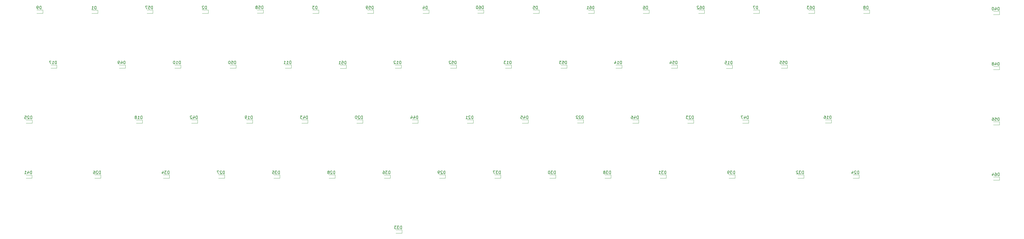
<source format=gbr>
G04 #@! TF.GenerationSoftware,KiCad,Pcbnew,(5.1.5)-2*
G04 #@! TF.CreationDate,2020-02-23T11:28:55+01:00*
G04 #@! TF.ProjectId,VIC20_kbd,56494332-305f-46b6-9264-2e6b69636164,rev?*
G04 #@! TF.SameCoordinates,Original*
G04 #@! TF.FileFunction,Legend,Bot*
G04 #@! TF.FilePolarity,Positive*
%FSLAX46Y46*%
G04 Gerber Fmt 4.6, Leading zero omitted, Abs format (unit mm)*
G04 Created by KiCad (PCBNEW (5.1.5)-2) date 2020-02-23 11:28:55*
%MOMM*%
%LPD*%
G04 APERTURE LIST*
%ADD10C,0.120000*%
%ADD11C,0.150000*%
G04 APERTURE END LIST*
D10*
X24570000Y-59790000D02*
X24570000Y-60930000D01*
X24570000Y-60930000D02*
X22470000Y-60930000D01*
X24570000Y-59790000D02*
X22470000Y-59790000D01*
X63020000Y-59720000D02*
X63020000Y-60860000D01*
X63020000Y-60860000D02*
X60920000Y-60860000D01*
X63020000Y-59720000D02*
X60920000Y-59720000D01*
X101460000Y-59720000D02*
X101460000Y-60860000D01*
X101460000Y-60860000D02*
X99360000Y-60860000D01*
X101460000Y-59720000D02*
X99360000Y-59720000D01*
X139830000Y-59720000D02*
X139830000Y-60860000D01*
X139830000Y-60860000D02*
X137730000Y-60860000D01*
X139830000Y-59720000D02*
X137730000Y-59720000D01*
X178160000Y-59720000D02*
X178160000Y-60860000D01*
X178160000Y-60860000D02*
X176060000Y-60860000D01*
X178160000Y-59720000D02*
X176060000Y-59720000D01*
X216480000Y-59720000D02*
X216480000Y-60860000D01*
X216480000Y-60860000D02*
X214380000Y-60860000D01*
X216480000Y-59720000D02*
X214380000Y-59720000D01*
X254810000Y-59720000D02*
X254810000Y-60860000D01*
X254810000Y-60860000D02*
X252710000Y-60860000D01*
X254810000Y-59720000D02*
X252710000Y-59720000D01*
X293180000Y-59720000D02*
X293180000Y-60860000D01*
X293180000Y-60860000D02*
X291080000Y-60860000D01*
X293180000Y-59720000D02*
X291080000Y-59720000D01*
X5450000Y-59720000D02*
X5450000Y-60860000D01*
X5450000Y-60860000D02*
X3350000Y-60860000D01*
X5450000Y-59720000D02*
X3350000Y-59720000D01*
X53450000Y-78920000D02*
X53450000Y-80060000D01*
X53450000Y-80060000D02*
X51350000Y-80060000D01*
X53450000Y-78920000D02*
X51350000Y-78920000D01*
X91900000Y-78880000D02*
X91900000Y-80020000D01*
X91900000Y-80020000D02*
X89800000Y-80020000D01*
X91900000Y-78880000D02*
X89800000Y-78880000D01*
X130190000Y-78920000D02*
X130190000Y-80060000D01*
X130190000Y-80060000D02*
X128090000Y-80060000D01*
X130190000Y-78920000D02*
X128090000Y-78920000D01*
X168520000Y-78920000D02*
X168520000Y-80060000D01*
X168520000Y-80060000D02*
X166420000Y-80060000D01*
X168520000Y-78920000D02*
X166420000Y-78920000D01*
X206960000Y-78920000D02*
X206960000Y-80060000D01*
X206960000Y-80060000D02*
X204860000Y-80060000D01*
X206960000Y-78920000D02*
X204860000Y-78920000D01*
X245440000Y-78960000D02*
X245440000Y-80100000D01*
X245440000Y-80100000D02*
X243340000Y-80100000D01*
X245440000Y-78960000D02*
X243340000Y-78960000D01*
X279880000Y-98050000D02*
X279880000Y-99190000D01*
X279880000Y-99190000D02*
X277780000Y-99190000D01*
X279880000Y-98050000D02*
X277780000Y-98050000D01*
X10330000Y-78920000D02*
X10330000Y-80060000D01*
X10330000Y-80060000D02*
X8230000Y-80060000D01*
X10330000Y-78920000D02*
X8230000Y-78920000D01*
X40080000Y-98120000D02*
X40080000Y-99260000D01*
X40080000Y-99260000D02*
X37980000Y-99260000D01*
X40080000Y-98120000D02*
X37980000Y-98120000D01*
X78450000Y-98080000D02*
X78450000Y-99220000D01*
X78450000Y-99220000D02*
X76350000Y-99220000D01*
X78450000Y-98080000D02*
X76350000Y-98080000D01*
X116780000Y-98080000D02*
X116780000Y-99220000D01*
X116780000Y-99220000D02*
X114680000Y-99220000D01*
X116780000Y-98080000D02*
X114680000Y-98080000D01*
X155260000Y-98080000D02*
X155260000Y-99220000D01*
X155260000Y-99220000D02*
X153160000Y-99220000D01*
X155260000Y-98080000D02*
X153160000Y-98080000D01*
X193620000Y-98050000D02*
X193620000Y-99190000D01*
X193620000Y-99190000D02*
X191520000Y-99190000D01*
X193620000Y-98050000D02*
X191520000Y-98050000D01*
X231950000Y-98080000D02*
X231950000Y-99220000D01*
X231950000Y-99220000D02*
X229850000Y-99220000D01*
X231950000Y-98080000D02*
X229850000Y-98080000D01*
X289520000Y-117310000D02*
X289520000Y-118450000D01*
X289520000Y-118450000D02*
X287420000Y-118450000D01*
X289520000Y-117310000D02*
X287420000Y-117310000D01*
X1710000Y-98120000D02*
X1710000Y-99260000D01*
X1710000Y-99260000D02*
X-390000Y-99260000D01*
X1710000Y-98120000D02*
X-390000Y-98120000D01*
X25630000Y-117310000D02*
X25630000Y-118450000D01*
X25630000Y-118450000D02*
X23530000Y-118450000D01*
X25630000Y-117310000D02*
X23530000Y-117310000D01*
X68740000Y-117310000D02*
X68740000Y-118450000D01*
X68740000Y-118450000D02*
X66640000Y-118450000D01*
X68740000Y-117310000D02*
X66640000Y-117310000D01*
X107160000Y-117310000D02*
X107160000Y-118450000D01*
X107160000Y-118450000D02*
X105060000Y-118450000D01*
X107160000Y-117310000D02*
X105060000Y-117310000D01*
X145550000Y-117310000D02*
X145550000Y-118450000D01*
X145550000Y-118450000D02*
X143450000Y-118450000D01*
X145550000Y-117310000D02*
X143450000Y-117310000D01*
X183940000Y-117310000D02*
X183940000Y-118450000D01*
X183940000Y-118450000D02*
X181840000Y-118450000D01*
X183940000Y-117310000D02*
X181840000Y-117310000D01*
X222410000Y-117310000D02*
X222410000Y-118450000D01*
X222410000Y-118450000D02*
X220310000Y-118450000D01*
X222410000Y-117310000D02*
X220310000Y-117310000D01*
X270270000Y-117310000D02*
X270270000Y-118450000D01*
X270270000Y-118450000D02*
X268170000Y-118450000D01*
X270270000Y-117310000D02*
X268170000Y-117310000D01*
X130420000Y-136530000D02*
X130420000Y-137670000D01*
X130420000Y-137670000D02*
X128320000Y-137670000D01*
X130420000Y-136530000D02*
X128320000Y-136530000D01*
X49490000Y-117310000D02*
X49490000Y-118450000D01*
X49490000Y-118450000D02*
X47390000Y-118450000D01*
X49490000Y-117310000D02*
X47390000Y-117310000D01*
X87940000Y-117310000D02*
X87940000Y-118450000D01*
X87940000Y-118450000D02*
X85840000Y-118450000D01*
X87940000Y-117310000D02*
X85840000Y-117310000D01*
X126360000Y-117340000D02*
X126360000Y-118480000D01*
X126360000Y-118480000D02*
X124260000Y-118480000D01*
X126360000Y-117340000D02*
X124260000Y-117340000D01*
X164830000Y-117310000D02*
X164830000Y-118450000D01*
X164830000Y-118450000D02*
X162730000Y-118450000D01*
X164830000Y-117310000D02*
X162730000Y-117310000D01*
X203160000Y-117310000D02*
X203160000Y-118450000D01*
X203160000Y-118450000D02*
X201060000Y-118450000D01*
X203160000Y-117310000D02*
X201060000Y-117310000D01*
X246350000Y-117310000D02*
X246350000Y-118450000D01*
X246350000Y-118450000D02*
X244250000Y-118450000D01*
X246350000Y-117310000D02*
X244250000Y-117310000D01*
X338370000Y-60140000D02*
X338370000Y-61280000D01*
X338370000Y-61280000D02*
X336270000Y-61280000D01*
X338370000Y-60140000D02*
X336270000Y-60140000D01*
X1690000Y-117340000D02*
X1690000Y-118480000D01*
X1690000Y-118480000D02*
X-410000Y-118480000D01*
X1690000Y-117340000D02*
X-410000Y-117340000D01*
X59320000Y-98080000D02*
X59320000Y-99220000D01*
X59320000Y-99220000D02*
X57220000Y-99220000D01*
X59320000Y-98080000D02*
X57220000Y-98080000D01*
X97690000Y-98080000D02*
X97690000Y-99220000D01*
X97690000Y-99220000D02*
X95590000Y-99220000D01*
X97690000Y-98080000D02*
X95590000Y-98080000D01*
X136060000Y-98080000D02*
X136060000Y-99220000D01*
X136060000Y-99220000D02*
X133960000Y-99220000D01*
X136060000Y-98080000D02*
X133960000Y-98080000D01*
X174350000Y-98080000D02*
X174350000Y-99220000D01*
X174350000Y-99220000D02*
X172250000Y-99220000D01*
X174350000Y-98080000D02*
X172250000Y-98080000D01*
X212790000Y-98080000D02*
X212790000Y-99220000D01*
X212790000Y-99220000D02*
X210690000Y-99220000D01*
X212790000Y-98080000D02*
X210690000Y-98080000D01*
X251080000Y-98120000D02*
X251080000Y-99260000D01*
X251080000Y-99260000D02*
X248980000Y-99260000D01*
X251080000Y-98120000D02*
X248980000Y-98120000D01*
X338370000Y-79420000D02*
X338370000Y-80560000D01*
X338370000Y-80560000D02*
X336270000Y-80560000D01*
X338370000Y-79420000D02*
X336270000Y-79420000D01*
X34180000Y-78920000D02*
X34180000Y-80060000D01*
X34180000Y-80060000D02*
X32080000Y-80060000D01*
X34180000Y-78920000D02*
X32080000Y-78920000D01*
X72660000Y-78920000D02*
X72660000Y-80060000D01*
X72660000Y-80060000D02*
X70560000Y-80060000D01*
X72660000Y-78920000D02*
X70560000Y-78920000D01*
X111060000Y-78960000D02*
X111060000Y-80100000D01*
X111060000Y-80100000D02*
X108960000Y-80100000D01*
X111060000Y-78960000D02*
X108960000Y-78960000D01*
X149390000Y-78920000D02*
X149390000Y-80060000D01*
X149390000Y-80060000D02*
X147290000Y-80060000D01*
X149390000Y-78920000D02*
X147290000Y-78920000D01*
X187830000Y-78920000D02*
X187830000Y-80060000D01*
X187830000Y-80060000D02*
X185730000Y-80060000D01*
X187830000Y-78920000D02*
X185730000Y-78920000D01*
X226240000Y-78920000D02*
X226240000Y-80060000D01*
X226240000Y-80060000D02*
X224140000Y-80060000D01*
X226240000Y-78920000D02*
X224140000Y-78920000D01*
X264530000Y-78920000D02*
X264530000Y-80060000D01*
X264530000Y-80060000D02*
X262430000Y-80060000D01*
X264530000Y-78920000D02*
X262430000Y-78920000D01*
X338370000Y-98730000D02*
X338370000Y-99870000D01*
X338370000Y-99870000D02*
X336270000Y-99870000D01*
X338370000Y-98730000D02*
X336270000Y-98730000D01*
X43780000Y-59720000D02*
X43780000Y-60860000D01*
X43780000Y-60860000D02*
X41680000Y-60860000D01*
X43780000Y-59720000D02*
X41680000Y-59720000D01*
X82140000Y-59680000D02*
X82140000Y-60820000D01*
X82140000Y-60820000D02*
X80040000Y-60820000D01*
X82140000Y-59680000D02*
X80040000Y-59680000D01*
X120550000Y-59720000D02*
X120550000Y-60860000D01*
X120550000Y-60860000D02*
X118450000Y-60860000D01*
X120550000Y-59720000D02*
X118450000Y-59720000D01*
X158880000Y-59680000D02*
X158880000Y-60820000D01*
X158880000Y-60820000D02*
X156780000Y-60820000D01*
X158880000Y-59680000D02*
X156780000Y-59680000D01*
X197360000Y-59760000D02*
X197360000Y-60900000D01*
X197360000Y-60900000D02*
X195260000Y-60900000D01*
X197360000Y-59760000D02*
X195260000Y-59760000D01*
X235720000Y-59720000D02*
X235720000Y-60860000D01*
X235720000Y-60860000D02*
X233620000Y-60860000D01*
X235720000Y-59720000D02*
X233620000Y-59720000D01*
X274050000Y-59720000D02*
X274050000Y-60860000D01*
X274050000Y-60860000D02*
X271950000Y-60860000D01*
X274050000Y-59720000D02*
X271950000Y-59720000D01*
X338370000Y-118010000D02*
X338370000Y-119150000D01*
X338370000Y-119150000D02*
X336270000Y-119150000D01*
X338370000Y-118010000D02*
X336270000Y-118010000D01*
D11*
X24008095Y-59412380D02*
X24008095Y-58412380D01*
X23770000Y-58412380D01*
X23627142Y-58460000D01*
X23531904Y-58555238D01*
X23484285Y-58650476D01*
X23436666Y-58840952D01*
X23436666Y-58983809D01*
X23484285Y-59174285D01*
X23531904Y-59269523D01*
X23627142Y-59364761D01*
X23770000Y-59412380D01*
X24008095Y-59412380D01*
X22484285Y-59412380D02*
X23055714Y-59412380D01*
X22770000Y-59412380D02*
X22770000Y-58412380D01*
X22865238Y-58555238D01*
X22960476Y-58650476D01*
X23055714Y-58698095D01*
X62458095Y-59342380D02*
X62458095Y-58342380D01*
X62220000Y-58342380D01*
X62077142Y-58390000D01*
X61981904Y-58485238D01*
X61934285Y-58580476D01*
X61886666Y-58770952D01*
X61886666Y-58913809D01*
X61934285Y-59104285D01*
X61981904Y-59199523D01*
X62077142Y-59294761D01*
X62220000Y-59342380D01*
X62458095Y-59342380D01*
X61505714Y-58437619D02*
X61458095Y-58390000D01*
X61362857Y-58342380D01*
X61124761Y-58342380D01*
X61029523Y-58390000D01*
X60981904Y-58437619D01*
X60934285Y-58532857D01*
X60934285Y-58628095D01*
X60981904Y-58770952D01*
X61553333Y-59342380D01*
X60934285Y-59342380D01*
X100898095Y-59342380D02*
X100898095Y-58342380D01*
X100660000Y-58342380D01*
X100517142Y-58390000D01*
X100421904Y-58485238D01*
X100374285Y-58580476D01*
X100326666Y-58770952D01*
X100326666Y-58913809D01*
X100374285Y-59104285D01*
X100421904Y-59199523D01*
X100517142Y-59294761D01*
X100660000Y-59342380D01*
X100898095Y-59342380D01*
X99993333Y-58342380D02*
X99374285Y-58342380D01*
X99707619Y-58723333D01*
X99564761Y-58723333D01*
X99469523Y-58770952D01*
X99421904Y-58818571D01*
X99374285Y-58913809D01*
X99374285Y-59151904D01*
X99421904Y-59247142D01*
X99469523Y-59294761D01*
X99564761Y-59342380D01*
X99850476Y-59342380D01*
X99945714Y-59294761D01*
X99993333Y-59247142D01*
X139268095Y-59342380D02*
X139268095Y-58342380D01*
X139030000Y-58342380D01*
X138887142Y-58390000D01*
X138791904Y-58485238D01*
X138744285Y-58580476D01*
X138696666Y-58770952D01*
X138696666Y-58913809D01*
X138744285Y-59104285D01*
X138791904Y-59199523D01*
X138887142Y-59294761D01*
X139030000Y-59342380D01*
X139268095Y-59342380D01*
X137839523Y-58675714D02*
X137839523Y-59342380D01*
X138077619Y-58294761D02*
X138315714Y-59009047D01*
X137696666Y-59009047D01*
X177598095Y-59342380D02*
X177598095Y-58342380D01*
X177360000Y-58342380D01*
X177217142Y-58390000D01*
X177121904Y-58485238D01*
X177074285Y-58580476D01*
X177026666Y-58770952D01*
X177026666Y-58913809D01*
X177074285Y-59104285D01*
X177121904Y-59199523D01*
X177217142Y-59294761D01*
X177360000Y-59342380D01*
X177598095Y-59342380D01*
X176121904Y-58342380D02*
X176598095Y-58342380D01*
X176645714Y-58818571D01*
X176598095Y-58770952D01*
X176502857Y-58723333D01*
X176264761Y-58723333D01*
X176169523Y-58770952D01*
X176121904Y-58818571D01*
X176074285Y-58913809D01*
X176074285Y-59151904D01*
X176121904Y-59247142D01*
X176169523Y-59294761D01*
X176264761Y-59342380D01*
X176502857Y-59342380D01*
X176598095Y-59294761D01*
X176645714Y-59247142D01*
X215918095Y-59342380D02*
X215918095Y-58342380D01*
X215680000Y-58342380D01*
X215537142Y-58390000D01*
X215441904Y-58485238D01*
X215394285Y-58580476D01*
X215346666Y-58770952D01*
X215346666Y-58913809D01*
X215394285Y-59104285D01*
X215441904Y-59199523D01*
X215537142Y-59294761D01*
X215680000Y-59342380D01*
X215918095Y-59342380D01*
X214489523Y-58342380D02*
X214680000Y-58342380D01*
X214775238Y-58390000D01*
X214822857Y-58437619D01*
X214918095Y-58580476D01*
X214965714Y-58770952D01*
X214965714Y-59151904D01*
X214918095Y-59247142D01*
X214870476Y-59294761D01*
X214775238Y-59342380D01*
X214584761Y-59342380D01*
X214489523Y-59294761D01*
X214441904Y-59247142D01*
X214394285Y-59151904D01*
X214394285Y-58913809D01*
X214441904Y-58818571D01*
X214489523Y-58770952D01*
X214584761Y-58723333D01*
X214775238Y-58723333D01*
X214870476Y-58770952D01*
X214918095Y-58818571D01*
X214965714Y-58913809D01*
X254248095Y-59342380D02*
X254248095Y-58342380D01*
X254010000Y-58342380D01*
X253867142Y-58390000D01*
X253771904Y-58485238D01*
X253724285Y-58580476D01*
X253676666Y-58770952D01*
X253676666Y-58913809D01*
X253724285Y-59104285D01*
X253771904Y-59199523D01*
X253867142Y-59294761D01*
X254010000Y-59342380D01*
X254248095Y-59342380D01*
X253343333Y-58342380D02*
X252676666Y-58342380D01*
X253105238Y-59342380D01*
X292618095Y-59342380D02*
X292618095Y-58342380D01*
X292380000Y-58342380D01*
X292237142Y-58390000D01*
X292141904Y-58485238D01*
X292094285Y-58580476D01*
X292046666Y-58770952D01*
X292046666Y-58913809D01*
X292094285Y-59104285D01*
X292141904Y-59199523D01*
X292237142Y-59294761D01*
X292380000Y-59342380D01*
X292618095Y-59342380D01*
X291475238Y-58770952D02*
X291570476Y-58723333D01*
X291618095Y-58675714D01*
X291665714Y-58580476D01*
X291665714Y-58532857D01*
X291618095Y-58437619D01*
X291570476Y-58390000D01*
X291475238Y-58342380D01*
X291284761Y-58342380D01*
X291189523Y-58390000D01*
X291141904Y-58437619D01*
X291094285Y-58532857D01*
X291094285Y-58580476D01*
X291141904Y-58675714D01*
X291189523Y-58723333D01*
X291284761Y-58770952D01*
X291475238Y-58770952D01*
X291570476Y-58818571D01*
X291618095Y-58866190D01*
X291665714Y-58961428D01*
X291665714Y-59151904D01*
X291618095Y-59247142D01*
X291570476Y-59294761D01*
X291475238Y-59342380D01*
X291284761Y-59342380D01*
X291189523Y-59294761D01*
X291141904Y-59247142D01*
X291094285Y-59151904D01*
X291094285Y-58961428D01*
X291141904Y-58866190D01*
X291189523Y-58818571D01*
X291284761Y-58770952D01*
X4888095Y-59342380D02*
X4888095Y-58342380D01*
X4650000Y-58342380D01*
X4507142Y-58390000D01*
X4411904Y-58485238D01*
X4364285Y-58580476D01*
X4316666Y-58770952D01*
X4316666Y-58913809D01*
X4364285Y-59104285D01*
X4411904Y-59199523D01*
X4507142Y-59294761D01*
X4650000Y-59342380D01*
X4888095Y-59342380D01*
X3840476Y-59342380D02*
X3650000Y-59342380D01*
X3554761Y-59294761D01*
X3507142Y-59247142D01*
X3411904Y-59104285D01*
X3364285Y-58913809D01*
X3364285Y-58532857D01*
X3411904Y-58437619D01*
X3459523Y-58390000D01*
X3554761Y-58342380D01*
X3745238Y-58342380D01*
X3840476Y-58390000D01*
X3888095Y-58437619D01*
X3935714Y-58532857D01*
X3935714Y-58770952D01*
X3888095Y-58866190D01*
X3840476Y-58913809D01*
X3745238Y-58961428D01*
X3554761Y-58961428D01*
X3459523Y-58913809D01*
X3411904Y-58866190D01*
X3364285Y-58770952D01*
X53364285Y-78542380D02*
X53364285Y-77542380D01*
X53126190Y-77542380D01*
X52983333Y-77590000D01*
X52888095Y-77685238D01*
X52840476Y-77780476D01*
X52792857Y-77970952D01*
X52792857Y-78113809D01*
X52840476Y-78304285D01*
X52888095Y-78399523D01*
X52983333Y-78494761D01*
X53126190Y-78542380D01*
X53364285Y-78542380D01*
X51840476Y-78542380D02*
X52411904Y-78542380D01*
X52126190Y-78542380D02*
X52126190Y-77542380D01*
X52221428Y-77685238D01*
X52316666Y-77780476D01*
X52411904Y-77828095D01*
X51221428Y-77542380D02*
X51126190Y-77542380D01*
X51030952Y-77590000D01*
X50983333Y-77637619D01*
X50935714Y-77732857D01*
X50888095Y-77923333D01*
X50888095Y-78161428D01*
X50935714Y-78351904D01*
X50983333Y-78447142D01*
X51030952Y-78494761D01*
X51126190Y-78542380D01*
X51221428Y-78542380D01*
X51316666Y-78494761D01*
X51364285Y-78447142D01*
X51411904Y-78351904D01*
X51459523Y-78161428D01*
X51459523Y-77923333D01*
X51411904Y-77732857D01*
X51364285Y-77637619D01*
X51316666Y-77590000D01*
X51221428Y-77542380D01*
X91814285Y-78502380D02*
X91814285Y-77502380D01*
X91576190Y-77502380D01*
X91433333Y-77550000D01*
X91338095Y-77645238D01*
X91290476Y-77740476D01*
X91242857Y-77930952D01*
X91242857Y-78073809D01*
X91290476Y-78264285D01*
X91338095Y-78359523D01*
X91433333Y-78454761D01*
X91576190Y-78502380D01*
X91814285Y-78502380D01*
X90290476Y-78502380D02*
X90861904Y-78502380D01*
X90576190Y-78502380D02*
X90576190Y-77502380D01*
X90671428Y-77645238D01*
X90766666Y-77740476D01*
X90861904Y-77788095D01*
X89338095Y-78502380D02*
X89909523Y-78502380D01*
X89623809Y-78502380D02*
X89623809Y-77502380D01*
X89719047Y-77645238D01*
X89814285Y-77740476D01*
X89909523Y-77788095D01*
X130104285Y-78542380D02*
X130104285Y-77542380D01*
X129866190Y-77542380D01*
X129723333Y-77590000D01*
X129628095Y-77685238D01*
X129580476Y-77780476D01*
X129532857Y-77970952D01*
X129532857Y-78113809D01*
X129580476Y-78304285D01*
X129628095Y-78399523D01*
X129723333Y-78494761D01*
X129866190Y-78542380D01*
X130104285Y-78542380D01*
X128580476Y-78542380D02*
X129151904Y-78542380D01*
X128866190Y-78542380D02*
X128866190Y-77542380D01*
X128961428Y-77685238D01*
X129056666Y-77780476D01*
X129151904Y-77828095D01*
X128199523Y-77637619D02*
X128151904Y-77590000D01*
X128056666Y-77542380D01*
X127818571Y-77542380D01*
X127723333Y-77590000D01*
X127675714Y-77637619D01*
X127628095Y-77732857D01*
X127628095Y-77828095D01*
X127675714Y-77970952D01*
X128247142Y-78542380D01*
X127628095Y-78542380D01*
X168434285Y-78542380D02*
X168434285Y-77542380D01*
X168196190Y-77542380D01*
X168053333Y-77590000D01*
X167958095Y-77685238D01*
X167910476Y-77780476D01*
X167862857Y-77970952D01*
X167862857Y-78113809D01*
X167910476Y-78304285D01*
X167958095Y-78399523D01*
X168053333Y-78494761D01*
X168196190Y-78542380D01*
X168434285Y-78542380D01*
X166910476Y-78542380D02*
X167481904Y-78542380D01*
X167196190Y-78542380D02*
X167196190Y-77542380D01*
X167291428Y-77685238D01*
X167386666Y-77780476D01*
X167481904Y-77828095D01*
X166577142Y-77542380D02*
X165958095Y-77542380D01*
X166291428Y-77923333D01*
X166148571Y-77923333D01*
X166053333Y-77970952D01*
X166005714Y-78018571D01*
X165958095Y-78113809D01*
X165958095Y-78351904D01*
X166005714Y-78447142D01*
X166053333Y-78494761D01*
X166148571Y-78542380D01*
X166434285Y-78542380D01*
X166529523Y-78494761D01*
X166577142Y-78447142D01*
X206874285Y-78542380D02*
X206874285Y-77542380D01*
X206636190Y-77542380D01*
X206493333Y-77590000D01*
X206398095Y-77685238D01*
X206350476Y-77780476D01*
X206302857Y-77970952D01*
X206302857Y-78113809D01*
X206350476Y-78304285D01*
X206398095Y-78399523D01*
X206493333Y-78494761D01*
X206636190Y-78542380D01*
X206874285Y-78542380D01*
X205350476Y-78542380D02*
X205921904Y-78542380D01*
X205636190Y-78542380D02*
X205636190Y-77542380D01*
X205731428Y-77685238D01*
X205826666Y-77780476D01*
X205921904Y-77828095D01*
X204493333Y-77875714D02*
X204493333Y-78542380D01*
X204731428Y-77494761D02*
X204969523Y-78209047D01*
X204350476Y-78209047D01*
X245354285Y-78582380D02*
X245354285Y-77582380D01*
X245116190Y-77582380D01*
X244973333Y-77630000D01*
X244878095Y-77725238D01*
X244830476Y-77820476D01*
X244782857Y-78010952D01*
X244782857Y-78153809D01*
X244830476Y-78344285D01*
X244878095Y-78439523D01*
X244973333Y-78534761D01*
X245116190Y-78582380D01*
X245354285Y-78582380D01*
X243830476Y-78582380D02*
X244401904Y-78582380D01*
X244116190Y-78582380D02*
X244116190Y-77582380D01*
X244211428Y-77725238D01*
X244306666Y-77820476D01*
X244401904Y-77868095D01*
X242925714Y-77582380D02*
X243401904Y-77582380D01*
X243449523Y-78058571D01*
X243401904Y-78010952D01*
X243306666Y-77963333D01*
X243068571Y-77963333D01*
X242973333Y-78010952D01*
X242925714Y-78058571D01*
X242878095Y-78153809D01*
X242878095Y-78391904D01*
X242925714Y-78487142D01*
X242973333Y-78534761D01*
X243068571Y-78582380D01*
X243306666Y-78582380D01*
X243401904Y-78534761D01*
X243449523Y-78487142D01*
X279794285Y-97672380D02*
X279794285Y-96672380D01*
X279556190Y-96672380D01*
X279413333Y-96720000D01*
X279318095Y-96815238D01*
X279270476Y-96910476D01*
X279222857Y-97100952D01*
X279222857Y-97243809D01*
X279270476Y-97434285D01*
X279318095Y-97529523D01*
X279413333Y-97624761D01*
X279556190Y-97672380D01*
X279794285Y-97672380D01*
X278270476Y-97672380D02*
X278841904Y-97672380D01*
X278556190Y-97672380D02*
X278556190Y-96672380D01*
X278651428Y-96815238D01*
X278746666Y-96910476D01*
X278841904Y-96958095D01*
X277413333Y-96672380D02*
X277603809Y-96672380D01*
X277699047Y-96720000D01*
X277746666Y-96767619D01*
X277841904Y-96910476D01*
X277889523Y-97100952D01*
X277889523Y-97481904D01*
X277841904Y-97577142D01*
X277794285Y-97624761D01*
X277699047Y-97672380D01*
X277508571Y-97672380D01*
X277413333Y-97624761D01*
X277365714Y-97577142D01*
X277318095Y-97481904D01*
X277318095Y-97243809D01*
X277365714Y-97148571D01*
X277413333Y-97100952D01*
X277508571Y-97053333D01*
X277699047Y-97053333D01*
X277794285Y-97100952D01*
X277841904Y-97148571D01*
X277889523Y-97243809D01*
X10244285Y-78542380D02*
X10244285Y-77542380D01*
X10006190Y-77542380D01*
X9863333Y-77590000D01*
X9768095Y-77685238D01*
X9720476Y-77780476D01*
X9672857Y-77970952D01*
X9672857Y-78113809D01*
X9720476Y-78304285D01*
X9768095Y-78399523D01*
X9863333Y-78494761D01*
X10006190Y-78542380D01*
X10244285Y-78542380D01*
X8720476Y-78542380D02*
X9291904Y-78542380D01*
X9006190Y-78542380D02*
X9006190Y-77542380D01*
X9101428Y-77685238D01*
X9196666Y-77780476D01*
X9291904Y-77828095D01*
X8387142Y-77542380D02*
X7720476Y-77542380D01*
X8149047Y-78542380D01*
X39994285Y-97742380D02*
X39994285Y-96742380D01*
X39756190Y-96742380D01*
X39613333Y-96790000D01*
X39518095Y-96885238D01*
X39470476Y-96980476D01*
X39422857Y-97170952D01*
X39422857Y-97313809D01*
X39470476Y-97504285D01*
X39518095Y-97599523D01*
X39613333Y-97694761D01*
X39756190Y-97742380D01*
X39994285Y-97742380D01*
X38470476Y-97742380D02*
X39041904Y-97742380D01*
X38756190Y-97742380D02*
X38756190Y-96742380D01*
X38851428Y-96885238D01*
X38946666Y-96980476D01*
X39041904Y-97028095D01*
X37899047Y-97170952D02*
X37994285Y-97123333D01*
X38041904Y-97075714D01*
X38089523Y-96980476D01*
X38089523Y-96932857D01*
X38041904Y-96837619D01*
X37994285Y-96790000D01*
X37899047Y-96742380D01*
X37708571Y-96742380D01*
X37613333Y-96790000D01*
X37565714Y-96837619D01*
X37518095Y-96932857D01*
X37518095Y-96980476D01*
X37565714Y-97075714D01*
X37613333Y-97123333D01*
X37708571Y-97170952D01*
X37899047Y-97170952D01*
X37994285Y-97218571D01*
X38041904Y-97266190D01*
X38089523Y-97361428D01*
X38089523Y-97551904D01*
X38041904Y-97647142D01*
X37994285Y-97694761D01*
X37899047Y-97742380D01*
X37708571Y-97742380D01*
X37613333Y-97694761D01*
X37565714Y-97647142D01*
X37518095Y-97551904D01*
X37518095Y-97361428D01*
X37565714Y-97266190D01*
X37613333Y-97218571D01*
X37708571Y-97170952D01*
X78364285Y-97702380D02*
X78364285Y-96702380D01*
X78126190Y-96702380D01*
X77983333Y-96750000D01*
X77888095Y-96845238D01*
X77840476Y-96940476D01*
X77792857Y-97130952D01*
X77792857Y-97273809D01*
X77840476Y-97464285D01*
X77888095Y-97559523D01*
X77983333Y-97654761D01*
X78126190Y-97702380D01*
X78364285Y-97702380D01*
X76840476Y-97702380D02*
X77411904Y-97702380D01*
X77126190Y-97702380D02*
X77126190Y-96702380D01*
X77221428Y-96845238D01*
X77316666Y-96940476D01*
X77411904Y-96988095D01*
X76364285Y-97702380D02*
X76173809Y-97702380D01*
X76078571Y-97654761D01*
X76030952Y-97607142D01*
X75935714Y-97464285D01*
X75888095Y-97273809D01*
X75888095Y-96892857D01*
X75935714Y-96797619D01*
X75983333Y-96750000D01*
X76078571Y-96702380D01*
X76269047Y-96702380D01*
X76364285Y-96750000D01*
X76411904Y-96797619D01*
X76459523Y-96892857D01*
X76459523Y-97130952D01*
X76411904Y-97226190D01*
X76364285Y-97273809D01*
X76269047Y-97321428D01*
X76078571Y-97321428D01*
X75983333Y-97273809D01*
X75935714Y-97226190D01*
X75888095Y-97130952D01*
X116694285Y-97702380D02*
X116694285Y-96702380D01*
X116456190Y-96702380D01*
X116313333Y-96750000D01*
X116218095Y-96845238D01*
X116170476Y-96940476D01*
X116122857Y-97130952D01*
X116122857Y-97273809D01*
X116170476Y-97464285D01*
X116218095Y-97559523D01*
X116313333Y-97654761D01*
X116456190Y-97702380D01*
X116694285Y-97702380D01*
X115741904Y-96797619D02*
X115694285Y-96750000D01*
X115599047Y-96702380D01*
X115360952Y-96702380D01*
X115265714Y-96750000D01*
X115218095Y-96797619D01*
X115170476Y-96892857D01*
X115170476Y-96988095D01*
X115218095Y-97130952D01*
X115789523Y-97702380D01*
X115170476Y-97702380D01*
X114551428Y-96702380D02*
X114456190Y-96702380D01*
X114360952Y-96750000D01*
X114313333Y-96797619D01*
X114265714Y-96892857D01*
X114218095Y-97083333D01*
X114218095Y-97321428D01*
X114265714Y-97511904D01*
X114313333Y-97607142D01*
X114360952Y-97654761D01*
X114456190Y-97702380D01*
X114551428Y-97702380D01*
X114646666Y-97654761D01*
X114694285Y-97607142D01*
X114741904Y-97511904D01*
X114789523Y-97321428D01*
X114789523Y-97083333D01*
X114741904Y-96892857D01*
X114694285Y-96797619D01*
X114646666Y-96750000D01*
X114551428Y-96702380D01*
X155174285Y-97702380D02*
X155174285Y-96702380D01*
X154936190Y-96702380D01*
X154793333Y-96750000D01*
X154698095Y-96845238D01*
X154650476Y-96940476D01*
X154602857Y-97130952D01*
X154602857Y-97273809D01*
X154650476Y-97464285D01*
X154698095Y-97559523D01*
X154793333Y-97654761D01*
X154936190Y-97702380D01*
X155174285Y-97702380D01*
X154221904Y-96797619D02*
X154174285Y-96750000D01*
X154079047Y-96702380D01*
X153840952Y-96702380D01*
X153745714Y-96750000D01*
X153698095Y-96797619D01*
X153650476Y-96892857D01*
X153650476Y-96988095D01*
X153698095Y-97130952D01*
X154269523Y-97702380D01*
X153650476Y-97702380D01*
X152698095Y-97702380D02*
X153269523Y-97702380D01*
X152983809Y-97702380D02*
X152983809Y-96702380D01*
X153079047Y-96845238D01*
X153174285Y-96940476D01*
X153269523Y-96988095D01*
X193534285Y-97672380D02*
X193534285Y-96672380D01*
X193296190Y-96672380D01*
X193153333Y-96720000D01*
X193058095Y-96815238D01*
X193010476Y-96910476D01*
X192962857Y-97100952D01*
X192962857Y-97243809D01*
X193010476Y-97434285D01*
X193058095Y-97529523D01*
X193153333Y-97624761D01*
X193296190Y-97672380D01*
X193534285Y-97672380D01*
X192581904Y-96767619D02*
X192534285Y-96720000D01*
X192439047Y-96672380D01*
X192200952Y-96672380D01*
X192105714Y-96720000D01*
X192058095Y-96767619D01*
X192010476Y-96862857D01*
X192010476Y-96958095D01*
X192058095Y-97100952D01*
X192629523Y-97672380D01*
X192010476Y-97672380D01*
X191629523Y-96767619D02*
X191581904Y-96720000D01*
X191486666Y-96672380D01*
X191248571Y-96672380D01*
X191153333Y-96720000D01*
X191105714Y-96767619D01*
X191058095Y-96862857D01*
X191058095Y-96958095D01*
X191105714Y-97100952D01*
X191677142Y-97672380D01*
X191058095Y-97672380D01*
X231864285Y-97702380D02*
X231864285Y-96702380D01*
X231626190Y-96702380D01*
X231483333Y-96750000D01*
X231388095Y-96845238D01*
X231340476Y-96940476D01*
X231292857Y-97130952D01*
X231292857Y-97273809D01*
X231340476Y-97464285D01*
X231388095Y-97559523D01*
X231483333Y-97654761D01*
X231626190Y-97702380D01*
X231864285Y-97702380D01*
X230911904Y-96797619D02*
X230864285Y-96750000D01*
X230769047Y-96702380D01*
X230530952Y-96702380D01*
X230435714Y-96750000D01*
X230388095Y-96797619D01*
X230340476Y-96892857D01*
X230340476Y-96988095D01*
X230388095Y-97130952D01*
X230959523Y-97702380D01*
X230340476Y-97702380D01*
X230007142Y-96702380D02*
X229388095Y-96702380D01*
X229721428Y-97083333D01*
X229578571Y-97083333D01*
X229483333Y-97130952D01*
X229435714Y-97178571D01*
X229388095Y-97273809D01*
X229388095Y-97511904D01*
X229435714Y-97607142D01*
X229483333Y-97654761D01*
X229578571Y-97702380D01*
X229864285Y-97702380D01*
X229959523Y-97654761D01*
X230007142Y-97607142D01*
X289434285Y-116932380D02*
X289434285Y-115932380D01*
X289196190Y-115932380D01*
X289053333Y-115980000D01*
X288958095Y-116075238D01*
X288910476Y-116170476D01*
X288862857Y-116360952D01*
X288862857Y-116503809D01*
X288910476Y-116694285D01*
X288958095Y-116789523D01*
X289053333Y-116884761D01*
X289196190Y-116932380D01*
X289434285Y-116932380D01*
X288481904Y-116027619D02*
X288434285Y-115980000D01*
X288339047Y-115932380D01*
X288100952Y-115932380D01*
X288005714Y-115980000D01*
X287958095Y-116027619D01*
X287910476Y-116122857D01*
X287910476Y-116218095D01*
X287958095Y-116360952D01*
X288529523Y-116932380D01*
X287910476Y-116932380D01*
X287053333Y-116265714D02*
X287053333Y-116932380D01*
X287291428Y-115884761D02*
X287529523Y-116599047D01*
X286910476Y-116599047D01*
X1624285Y-97742380D02*
X1624285Y-96742380D01*
X1386190Y-96742380D01*
X1243333Y-96790000D01*
X1148095Y-96885238D01*
X1100476Y-96980476D01*
X1052857Y-97170952D01*
X1052857Y-97313809D01*
X1100476Y-97504285D01*
X1148095Y-97599523D01*
X1243333Y-97694761D01*
X1386190Y-97742380D01*
X1624285Y-97742380D01*
X671904Y-96837619D02*
X624285Y-96790000D01*
X529047Y-96742380D01*
X290952Y-96742380D01*
X195714Y-96790000D01*
X148095Y-96837619D01*
X100476Y-96932857D01*
X100476Y-97028095D01*
X148095Y-97170952D01*
X719523Y-97742380D01*
X100476Y-97742380D01*
X-804285Y-96742380D02*
X-328095Y-96742380D01*
X-280476Y-97218571D01*
X-328095Y-97170952D01*
X-423333Y-97123333D01*
X-661428Y-97123333D01*
X-756666Y-97170952D01*
X-804285Y-97218571D01*
X-851904Y-97313809D01*
X-851904Y-97551904D01*
X-804285Y-97647142D01*
X-756666Y-97694761D01*
X-661428Y-97742380D01*
X-423333Y-97742380D01*
X-328095Y-97694761D01*
X-280476Y-97647142D01*
X25544285Y-116932380D02*
X25544285Y-115932380D01*
X25306190Y-115932380D01*
X25163333Y-115980000D01*
X25068095Y-116075238D01*
X25020476Y-116170476D01*
X24972857Y-116360952D01*
X24972857Y-116503809D01*
X25020476Y-116694285D01*
X25068095Y-116789523D01*
X25163333Y-116884761D01*
X25306190Y-116932380D01*
X25544285Y-116932380D01*
X24591904Y-116027619D02*
X24544285Y-115980000D01*
X24449047Y-115932380D01*
X24210952Y-115932380D01*
X24115714Y-115980000D01*
X24068095Y-116027619D01*
X24020476Y-116122857D01*
X24020476Y-116218095D01*
X24068095Y-116360952D01*
X24639523Y-116932380D01*
X24020476Y-116932380D01*
X23163333Y-115932380D02*
X23353809Y-115932380D01*
X23449047Y-115980000D01*
X23496666Y-116027619D01*
X23591904Y-116170476D01*
X23639523Y-116360952D01*
X23639523Y-116741904D01*
X23591904Y-116837142D01*
X23544285Y-116884761D01*
X23449047Y-116932380D01*
X23258571Y-116932380D01*
X23163333Y-116884761D01*
X23115714Y-116837142D01*
X23068095Y-116741904D01*
X23068095Y-116503809D01*
X23115714Y-116408571D01*
X23163333Y-116360952D01*
X23258571Y-116313333D01*
X23449047Y-116313333D01*
X23544285Y-116360952D01*
X23591904Y-116408571D01*
X23639523Y-116503809D01*
X68654285Y-116932380D02*
X68654285Y-115932380D01*
X68416190Y-115932380D01*
X68273333Y-115980000D01*
X68178095Y-116075238D01*
X68130476Y-116170476D01*
X68082857Y-116360952D01*
X68082857Y-116503809D01*
X68130476Y-116694285D01*
X68178095Y-116789523D01*
X68273333Y-116884761D01*
X68416190Y-116932380D01*
X68654285Y-116932380D01*
X67701904Y-116027619D02*
X67654285Y-115980000D01*
X67559047Y-115932380D01*
X67320952Y-115932380D01*
X67225714Y-115980000D01*
X67178095Y-116027619D01*
X67130476Y-116122857D01*
X67130476Y-116218095D01*
X67178095Y-116360952D01*
X67749523Y-116932380D01*
X67130476Y-116932380D01*
X66797142Y-115932380D02*
X66130476Y-115932380D01*
X66559047Y-116932380D01*
X107074285Y-116932380D02*
X107074285Y-115932380D01*
X106836190Y-115932380D01*
X106693333Y-115980000D01*
X106598095Y-116075238D01*
X106550476Y-116170476D01*
X106502857Y-116360952D01*
X106502857Y-116503809D01*
X106550476Y-116694285D01*
X106598095Y-116789523D01*
X106693333Y-116884761D01*
X106836190Y-116932380D01*
X107074285Y-116932380D01*
X106121904Y-116027619D02*
X106074285Y-115980000D01*
X105979047Y-115932380D01*
X105740952Y-115932380D01*
X105645714Y-115980000D01*
X105598095Y-116027619D01*
X105550476Y-116122857D01*
X105550476Y-116218095D01*
X105598095Y-116360952D01*
X106169523Y-116932380D01*
X105550476Y-116932380D01*
X104979047Y-116360952D02*
X105074285Y-116313333D01*
X105121904Y-116265714D01*
X105169523Y-116170476D01*
X105169523Y-116122857D01*
X105121904Y-116027619D01*
X105074285Y-115980000D01*
X104979047Y-115932380D01*
X104788571Y-115932380D01*
X104693333Y-115980000D01*
X104645714Y-116027619D01*
X104598095Y-116122857D01*
X104598095Y-116170476D01*
X104645714Y-116265714D01*
X104693333Y-116313333D01*
X104788571Y-116360952D01*
X104979047Y-116360952D01*
X105074285Y-116408571D01*
X105121904Y-116456190D01*
X105169523Y-116551428D01*
X105169523Y-116741904D01*
X105121904Y-116837142D01*
X105074285Y-116884761D01*
X104979047Y-116932380D01*
X104788571Y-116932380D01*
X104693333Y-116884761D01*
X104645714Y-116837142D01*
X104598095Y-116741904D01*
X104598095Y-116551428D01*
X104645714Y-116456190D01*
X104693333Y-116408571D01*
X104788571Y-116360952D01*
X145464285Y-116932380D02*
X145464285Y-115932380D01*
X145226190Y-115932380D01*
X145083333Y-115980000D01*
X144988095Y-116075238D01*
X144940476Y-116170476D01*
X144892857Y-116360952D01*
X144892857Y-116503809D01*
X144940476Y-116694285D01*
X144988095Y-116789523D01*
X145083333Y-116884761D01*
X145226190Y-116932380D01*
X145464285Y-116932380D01*
X144511904Y-116027619D02*
X144464285Y-115980000D01*
X144369047Y-115932380D01*
X144130952Y-115932380D01*
X144035714Y-115980000D01*
X143988095Y-116027619D01*
X143940476Y-116122857D01*
X143940476Y-116218095D01*
X143988095Y-116360952D01*
X144559523Y-116932380D01*
X143940476Y-116932380D01*
X143464285Y-116932380D02*
X143273809Y-116932380D01*
X143178571Y-116884761D01*
X143130952Y-116837142D01*
X143035714Y-116694285D01*
X142988095Y-116503809D01*
X142988095Y-116122857D01*
X143035714Y-116027619D01*
X143083333Y-115980000D01*
X143178571Y-115932380D01*
X143369047Y-115932380D01*
X143464285Y-115980000D01*
X143511904Y-116027619D01*
X143559523Y-116122857D01*
X143559523Y-116360952D01*
X143511904Y-116456190D01*
X143464285Y-116503809D01*
X143369047Y-116551428D01*
X143178571Y-116551428D01*
X143083333Y-116503809D01*
X143035714Y-116456190D01*
X142988095Y-116360952D01*
X183854285Y-116932380D02*
X183854285Y-115932380D01*
X183616190Y-115932380D01*
X183473333Y-115980000D01*
X183378095Y-116075238D01*
X183330476Y-116170476D01*
X183282857Y-116360952D01*
X183282857Y-116503809D01*
X183330476Y-116694285D01*
X183378095Y-116789523D01*
X183473333Y-116884761D01*
X183616190Y-116932380D01*
X183854285Y-116932380D01*
X182949523Y-115932380D02*
X182330476Y-115932380D01*
X182663809Y-116313333D01*
X182520952Y-116313333D01*
X182425714Y-116360952D01*
X182378095Y-116408571D01*
X182330476Y-116503809D01*
X182330476Y-116741904D01*
X182378095Y-116837142D01*
X182425714Y-116884761D01*
X182520952Y-116932380D01*
X182806666Y-116932380D01*
X182901904Y-116884761D01*
X182949523Y-116837142D01*
X181711428Y-115932380D02*
X181616190Y-115932380D01*
X181520952Y-115980000D01*
X181473333Y-116027619D01*
X181425714Y-116122857D01*
X181378095Y-116313333D01*
X181378095Y-116551428D01*
X181425714Y-116741904D01*
X181473333Y-116837142D01*
X181520952Y-116884761D01*
X181616190Y-116932380D01*
X181711428Y-116932380D01*
X181806666Y-116884761D01*
X181854285Y-116837142D01*
X181901904Y-116741904D01*
X181949523Y-116551428D01*
X181949523Y-116313333D01*
X181901904Y-116122857D01*
X181854285Y-116027619D01*
X181806666Y-115980000D01*
X181711428Y-115932380D01*
X222324285Y-116932380D02*
X222324285Y-115932380D01*
X222086190Y-115932380D01*
X221943333Y-115980000D01*
X221848095Y-116075238D01*
X221800476Y-116170476D01*
X221752857Y-116360952D01*
X221752857Y-116503809D01*
X221800476Y-116694285D01*
X221848095Y-116789523D01*
X221943333Y-116884761D01*
X222086190Y-116932380D01*
X222324285Y-116932380D01*
X221419523Y-115932380D02*
X220800476Y-115932380D01*
X221133809Y-116313333D01*
X220990952Y-116313333D01*
X220895714Y-116360952D01*
X220848095Y-116408571D01*
X220800476Y-116503809D01*
X220800476Y-116741904D01*
X220848095Y-116837142D01*
X220895714Y-116884761D01*
X220990952Y-116932380D01*
X221276666Y-116932380D01*
X221371904Y-116884761D01*
X221419523Y-116837142D01*
X219848095Y-116932380D02*
X220419523Y-116932380D01*
X220133809Y-116932380D02*
X220133809Y-115932380D01*
X220229047Y-116075238D01*
X220324285Y-116170476D01*
X220419523Y-116218095D01*
X270184285Y-116932380D02*
X270184285Y-115932380D01*
X269946190Y-115932380D01*
X269803333Y-115980000D01*
X269708095Y-116075238D01*
X269660476Y-116170476D01*
X269612857Y-116360952D01*
X269612857Y-116503809D01*
X269660476Y-116694285D01*
X269708095Y-116789523D01*
X269803333Y-116884761D01*
X269946190Y-116932380D01*
X270184285Y-116932380D01*
X269279523Y-115932380D02*
X268660476Y-115932380D01*
X268993809Y-116313333D01*
X268850952Y-116313333D01*
X268755714Y-116360952D01*
X268708095Y-116408571D01*
X268660476Y-116503809D01*
X268660476Y-116741904D01*
X268708095Y-116837142D01*
X268755714Y-116884761D01*
X268850952Y-116932380D01*
X269136666Y-116932380D01*
X269231904Y-116884761D01*
X269279523Y-116837142D01*
X268279523Y-116027619D02*
X268231904Y-115980000D01*
X268136666Y-115932380D01*
X267898571Y-115932380D01*
X267803333Y-115980000D01*
X267755714Y-116027619D01*
X267708095Y-116122857D01*
X267708095Y-116218095D01*
X267755714Y-116360952D01*
X268327142Y-116932380D01*
X267708095Y-116932380D01*
X130334285Y-136152380D02*
X130334285Y-135152380D01*
X130096190Y-135152380D01*
X129953333Y-135200000D01*
X129858095Y-135295238D01*
X129810476Y-135390476D01*
X129762857Y-135580952D01*
X129762857Y-135723809D01*
X129810476Y-135914285D01*
X129858095Y-136009523D01*
X129953333Y-136104761D01*
X130096190Y-136152380D01*
X130334285Y-136152380D01*
X129429523Y-135152380D02*
X128810476Y-135152380D01*
X129143809Y-135533333D01*
X129000952Y-135533333D01*
X128905714Y-135580952D01*
X128858095Y-135628571D01*
X128810476Y-135723809D01*
X128810476Y-135961904D01*
X128858095Y-136057142D01*
X128905714Y-136104761D01*
X129000952Y-136152380D01*
X129286666Y-136152380D01*
X129381904Y-136104761D01*
X129429523Y-136057142D01*
X128477142Y-135152380D02*
X127858095Y-135152380D01*
X128191428Y-135533333D01*
X128048571Y-135533333D01*
X127953333Y-135580952D01*
X127905714Y-135628571D01*
X127858095Y-135723809D01*
X127858095Y-135961904D01*
X127905714Y-136057142D01*
X127953333Y-136104761D01*
X128048571Y-136152380D01*
X128334285Y-136152380D01*
X128429523Y-136104761D01*
X128477142Y-136057142D01*
X49404285Y-116932380D02*
X49404285Y-115932380D01*
X49166190Y-115932380D01*
X49023333Y-115980000D01*
X48928095Y-116075238D01*
X48880476Y-116170476D01*
X48832857Y-116360952D01*
X48832857Y-116503809D01*
X48880476Y-116694285D01*
X48928095Y-116789523D01*
X49023333Y-116884761D01*
X49166190Y-116932380D01*
X49404285Y-116932380D01*
X48499523Y-115932380D02*
X47880476Y-115932380D01*
X48213809Y-116313333D01*
X48070952Y-116313333D01*
X47975714Y-116360952D01*
X47928095Y-116408571D01*
X47880476Y-116503809D01*
X47880476Y-116741904D01*
X47928095Y-116837142D01*
X47975714Y-116884761D01*
X48070952Y-116932380D01*
X48356666Y-116932380D01*
X48451904Y-116884761D01*
X48499523Y-116837142D01*
X47023333Y-116265714D02*
X47023333Y-116932380D01*
X47261428Y-115884761D02*
X47499523Y-116599047D01*
X46880476Y-116599047D01*
X87854285Y-116932380D02*
X87854285Y-115932380D01*
X87616190Y-115932380D01*
X87473333Y-115980000D01*
X87378095Y-116075238D01*
X87330476Y-116170476D01*
X87282857Y-116360952D01*
X87282857Y-116503809D01*
X87330476Y-116694285D01*
X87378095Y-116789523D01*
X87473333Y-116884761D01*
X87616190Y-116932380D01*
X87854285Y-116932380D01*
X86949523Y-115932380D02*
X86330476Y-115932380D01*
X86663809Y-116313333D01*
X86520952Y-116313333D01*
X86425714Y-116360952D01*
X86378095Y-116408571D01*
X86330476Y-116503809D01*
X86330476Y-116741904D01*
X86378095Y-116837142D01*
X86425714Y-116884761D01*
X86520952Y-116932380D01*
X86806666Y-116932380D01*
X86901904Y-116884761D01*
X86949523Y-116837142D01*
X85425714Y-115932380D02*
X85901904Y-115932380D01*
X85949523Y-116408571D01*
X85901904Y-116360952D01*
X85806666Y-116313333D01*
X85568571Y-116313333D01*
X85473333Y-116360952D01*
X85425714Y-116408571D01*
X85378095Y-116503809D01*
X85378095Y-116741904D01*
X85425714Y-116837142D01*
X85473333Y-116884761D01*
X85568571Y-116932380D01*
X85806666Y-116932380D01*
X85901904Y-116884761D01*
X85949523Y-116837142D01*
X126274285Y-116962380D02*
X126274285Y-115962380D01*
X126036190Y-115962380D01*
X125893333Y-116010000D01*
X125798095Y-116105238D01*
X125750476Y-116200476D01*
X125702857Y-116390952D01*
X125702857Y-116533809D01*
X125750476Y-116724285D01*
X125798095Y-116819523D01*
X125893333Y-116914761D01*
X126036190Y-116962380D01*
X126274285Y-116962380D01*
X125369523Y-115962380D02*
X124750476Y-115962380D01*
X125083809Y-116343333D01*
X124940952Y-116343333D01*
X124845714Y-116390952D01*
X124798095Y-116438571D01*
X124750476Y-116533809D01*
X124750476Y-116771904D01*
X124798095Y-116867142D01*
X124845714Y-116914761D01*
X124940952Y-116962380D01*
X125226666Y-116962380D01*
X125321904Y-116914761D01*
X125369523Y-116867142D01*
X123893333Y-115962380D02*
X124083809Y-115962380D01*
X124179047Y-116010000D01*
X124226666Y-116057619D01*
X124321904Y-116200476D01*
X124369523Y-116390952D01*
X124369523Y-116771904D01*
X124321904Y-116867142D01*
X124274285Y-116914761D01*
X124179047Y-116962380D01*
X123988571Y-116962380D01*
X123893333Y-116914761D01*
X123845714Y-116867142D01*
X123798095Y-116771904D01*
X123798095Y-116533809D01*
X123845714Y-116438571D01*
X123893333Y-116390952D01*
X123988571Y-116343333D01*
X124179047Y-116343333D01*
X124274285Y-116390952D01*
X124321904Y-116438571D01*
X124369523Y-116533809D01*
X164744285Y-116932380D02*
X164744285Y-115932380D01*
X164506190Y-115932380D01*
X164363333Y-115980000D01*
X164268095Y-116075238D01*
X164220476Y-116170476D01*
X164172857Y-116360952D01*
X164172857Y-116503809D01*
X164220476Y-116694285D01*
X164268095Y-116789523D01*
X164363333Y-116884761D01*
X164506190Y-116932380D01*
X164744285Y-116932380D01*
X163839523Y-115932380D02*
X163220476Y-115932380D01*
X163553809Y-116313333D01*
X163410952Y-116313333D01*
X163315714Y-116360952D01*
X163268095Y-116408571D01*
X163220476Y-116503809D01*
X163220476Y-116741904D01*
X163268095Y-116837142D01*
X163315714Y-116884761D01*
X163410952Y-116932380D01*
X163696666Y-116932380D01*
X163791904Y-116884761D01*
X163839523Y-116837142D01*
X162887142Y-115932380D02*
X162220476Y-115932380D01*
X162649047Y-116932380D01*
X203074285Y-116932380D02*
X203074285Y-115932380D01*
X202836190Y-115932380D01*
X202693333Y-115980000D01*
X202598095Y-116075238D01*
X202550476Y-116170476D01*
X202502857Y-116360952D01*
X202502857Y-116503809D01*
X202550476Y-116694285D01*
X202598095Y-116789523D01*
X202693333Y-116884761D01*
X202836190Y-116932380D01*
X203074285Y-116932380D01*
X202169523Y-115932380D02*
X201550476Y-115932380D01*
X201883809Y-116313333D01*
X201740952Y-116313333D01*
X201645714Y-116360952D01*
X201598095Y-116408571D01*
X201550476Y-116503809D01*
X201550476Y-116741904D01*
X201598095Y-116837142D01*
X201645714Y-116884761D01*
X201740952Y-116932380D01*
X202026666Y-116932380D01*
X202121904Y-116884761D01*
X202169523Y-116837142D01*
X200979047Y-116360952D02*
X201074285Y-116313333D01*
X201121904Y-116265714D01*
X201169523Y-116170476D01*
X201169523Y-116122857D01*
X201121904Y-116027619D01*
X201074285Y-115980000D01*
X200979047Y-115932380D01*
X200788571Y-115932380D01*
X200693333Y-115980000D01*
X200645714Y-116027619D01*
X200598095Y-116122857D01*
X200598095Y-116170476D01*
X200645714Y-116265714D01*
X200693333Y-116313333D01*
X200788571Y-116360952D01*
X200979047Y-116360952D01*
X201074285Y-116408571D01*
X201121904Y-116456190D01*
X201169523Y-116551428D01*
X201169523Y-116741904D01*
X201121904Y-116837142D01*
X201074285Y-116884761D01*
X200979047Y-116932380D01*
X200788571Y-116932380D01*
X200693333Y-116884761D01*
X200645714Y-116837142D01*
X200598095Y-116741904D01*
X200598095Y-116551428D01*
X200645714Y-116456190D01*
X200693333Y-116408571D01*
X200788571Y-116360952D01*
X246264285Y-116932380D02*
X246264285Y-115932380D01*
X246026190Y-115932380D01*
X245883333Y-115980000D01*
X245788095Y-116075238D01*
X245740476Y-116170476D01*
X245692857Y-116360952D01*
X245692857Y-116503809D01*
X245740476Y-116694285D01*
X245788095Y-116789523D01*
X245883333Y-116884761D01*
X246026190Y-116932380D01*
X246264285Y-116932380D01*
X245359523Y-115932380D02*
X244740476Y-115932380D01*
X245073809Y-116313333D01*
X244930952Y-116313333D01*
X244835714Y-116360952D01*
X244788095Y-116408571D01*
X244740476Y-116503809D01*
X244740476Y-116741904D01*
X244788095Y-116837142D01*
X244835714Y-116884761D01*
X244930952Y-116932380D01*
X245216666Y-116932380D01*
X245311904Y-116884761D01*
X245359523Y-116837142D01*
X244264285Y-116932380D02*
X244073809Y-116932380D01*
X243978571Y-116884761D01*
X243930952Y-116837142D01*
X243835714Y-116694285D01*
X243788095Y-116503809D01*
X243788095Y-116122857D01*
X243835714Y-116027619D01*
X243883333Y-115980000D01*
X243978571Y-115932380D01*
X244169047Y-115932380D01*
X244264285Y-115980000D01*
X244311904Y-116027619D01*
X244359523Y-116122857D01*
X244359523Y-116360952D01*
X244311904Y-116456190D01*
X244264285Y-116503809D01*
X244169047Y-116551428D01*
X243978571Y-116551428D01*
X243883333Y-116503809D01*
X243835714Y-116456190D01*
X243788095Y-116360952D01*
X338284285Y-59762380D02*
X338284285Y-58762380D01*
X338046190Y-58762380D01*
X337903333Y-58810000D01*
X337808095Y-58905238D01*
X337760476Y-59000476D01*
X337712857Y-59190952D01*
X337712857Y-59333809D01*
X337760476Y-59524285D01*
X337808095Y-59619523D01*
X337903333Y-59714761D01*
X338046190Y-59762380D01*
X338284285Y-59762380D01*
X336855714Y-59095714D02*
X336855714Y-59762380D01*
X337093809Y-58714761D02*
X337331904Y-59429047D01*
X336712857Y-59429047D01*
X336141428Y-58762380D02*
X336046190Y-58762380D01*
X335950952Y-58810000D01*
X335903333Y-58857619D01*
X335855714Y-58952857D01*
X335808095Y-59143333D01*
X335808095Y-59381428D01*
X335855714Y-59571904D01*
X335903333Y-59667142D01*
X335950952Y-59714761D01*
X336046190Y-59762380D01*
X336141428Y-59762380D01*
X336236666Y-59714761D01*
X336284285Y-59667142D01*
X336331904Y-59571904D01*
X336379523Y-59381428D01*
X336379523Y-59143333D01*
X336331904Y-58952857D01*
X336284285Y-58857619D01*
X336236666Y-58810000D01*
X336141428Y-58762380D01*
X1604285Y-116962380D02*
X1604285Y-115962380D01*
X1366190Y-115962380D01*
X1223333Y-116010000D01*
X1128095Y-116105238D01*
X1080476Y-116200476D01*
X1032857Y-116390952D01*
X1032857Y-116533809D01*
X1080476Y-116724285D01*
X1128095Y-116819523D01*
X1223333Y-116914761D01*
X1366190Y-116962380D01*
X1604285Y-116962380D01*
X175714Y-116295714D02*
X175714Y-116962380D01*
X413809Y-115914761D02*
X651904Y-116629047D01*
X32857Y-116629047D01*
X-871904Y-116962380D02*
X-300476Y-116962380D01*
X-586190Y-116962380D02*
X-586190Y-115962380D01*
X-490952Y-116105238D01*
X-395714Y-116200476D01*
X-300476Y-116248095D01*
X59234285Y-97702380D02*
X59234285Y-96702380D01*
X58996190Y-96702380D01*
X58853333Y-96750000D01*
X58758095Y-96845238D01*
X58710476Y-96940476D01*
X58662857Y-97130952D01*
X58662857Y-97273809D01*
X58710476Y-97464285D01*
X58758095Y-97559523D01*
X58853333Y-97654761D01*
X58996190Y-97702380D01*
X59234285Y-97702380D01*
X57805714Y-97035714D02*
X57805714Y-97702380D01*
X58043809Y-96654761D02*
X58281904Y-97369047D01*
X57662857Y-97369047D01*
X57329523Y-96797619D02*
X57281904Y-96750000D01*
X57186666Y-96702380D01*
X56948571Y-96702380D01*
X56853333Y-96750000D01*
X56805714Y-96797619D01*
X56758095Y-96892857D01*
X56758095Y-96988095D01*
X56805714Y-97130952D01*
X57377142Y-97702380D01*
X56758095Y-97702380D01*
X97604285Y-97702380D02*
X97604285Y-96702380D01*
X97366190Y-96702380D01*
X97223333Y-96750000D01*
X97128095Y-96845238D01*
X97080476Y-96940476D01*
X97032857Y-97130952D01*
X97032857Y-97273809D01*
X97080476Y-97464285D01*
X97128095Y-97559523D01*
X97223333Y-97654761D01*
X97366190Y-97702380D01*
X97604285Y-97702380D01*
X96175714Y-97035714D02*
X96175714Y-97702380D01*
X96413809Y-96654761D02*
X96651904Y-97369047D01*
X96032857Y-97369047D01*
X95747142Y-96702380D02*
X95128095Y-96702380D01*
X95461428Y-97083333D01*
X95318571Y-97083333D01*
X95223333Y-97130952D01*
X95175714Y-97178571D01*
X95128095Y-97273809D01*
X95128095Y-97511904D01*
X95175714Y-97607142D01*
X95223333Y-97654761D01*
X95318571Y-97702380D01*
X95604285Y-97702380D01*
X95699523Y-97654761D01*
X95747142Y-97607142D01*
X135974285Y-97702380D02*
X135974285Y-96702380D01*
X135736190Y-96702380D01*
X135593333Y-96750000D01*
X135498095Y-96845238D01*
X135450476Y-96940476D01*
X135402857Y-97130952D01*
X135402857Y-97273809D01*
X135450476Y-97464285D01*
X135498095Y-97559523D01*
X135593333Y-97654761D01*
X135736190Y-97702380D01*
X135974285Y-97702380D01*
X134545714Y-97035714D02*
X134545714Y-97702380D01*
X134783809Y-96654761D02*
X135021904Y-97369047D01*
X134402857Y-97369047D01*
X133593333Y-97035714D02*
X133593333Y-97702380D01*
X133831428Y-96654761D02*
X134069523Y-97369047D01*
X133450476Y-97369047D01*
X174264285Y-97702380D02*
X174264285Y-96702380D01*
X174026190Y-96702380D01*
X173883333Y-96750000D01*
X173788095Y-96845238D01*
X173740476Y-96940476D01*
X173692857Y-97130952D01*
X173692857Y-97273809D01*
X173740476Y-97464285D01*
X173788095Y-97559523D01*
X173883333Y-97654761D01*
X174026190Y-97702380D01*
X174264285Y-97702380D01*
X172835714Y-97035714D02*
X172835714Y-97702380D01*
X173073809Y-96654761D02*
X173311904Y-97369047D01*
X172692857Y-97369047D01*
X171835714Y-96702380D02*
X172311904Y-96702380D01*
X172359523Y-97178571D01*
X172311904Y-97130952D01*
X172216666Y-97083333D01*
X171978571Y-97083333D01*
X171883333Y-97130952D01*
X171835714Y-97178571D01*
X171788095Y-97273809D01*
X171788095Y-97511904D01*
X171835714Y-97607142D01*
X171883333Y-97654761D01*
X171978571Y-97702380D01*
X172216666Y-97702380D01*
X172311904Y-97654761D01*
X172359523Y-97607142D01*
X212704285Y-97702380D02*
X212704285Y-96702380D01*
X212466190Y-96702380D01*
X212323333Y-96750000D01*
X212228095Y-96845238D01*
X212180476Y-96940476D01*
X212132857Y-97130952D01*
X212132857Y-97273809D01*
X212180476Y-97464285D01*
X212228095Y-97559523D01*
X212323333Y-97654761D01*
X212466190Y-97702380D01*
X212704285Y-97702380D01*
X211275714Y-97035714D02*
X211275714Y-97702380D01*
X211513809Y-96654761D02*
X211751904Y-97369047D01*
X211132857Y-97369047D01*
X210323333Y-96702380D02*
X210513809Y-96702380D01*
X210609047Y-96750000D01*
X210656666Y-96797619D01*
X210751904Y-96940476D01*
X210799523Y-97130952D01*
X210799523Y-97511904D01*
X210751904Y-97607142D01*
X210704285Y-97654761D01*
X210609047Y-97702380D01*
X210418571Y-97702380D01*
X210323333Y-97654761D01*
X210275714Y-97607142D01*
X210228095Y-97511904D01*
X210228095Y-97273809D01*
X210275714Y-97178571D01*
X210323333Y-97130952D01*
X210418571Y-97083333D01*
X210609047Y-97083333D01*
X210704285Y-97130952D01*
X210751904Y-97178571D01*
X210799523Y-97273809D01*
X250994285Y-97742380D02*
X250994285Y-96742380D01*
X250756190Y-96742380D01*
X250613333Y-96790000D01*
X250518095Y-96885238D01*
X250470476Y-96980476D01*
X250422857Y-97170952D01*
X250422857Y-97313809D01*
X250470476Y-97504285D01*
X250518095Y-97599523D01*
X250613333Y-97694761D01*
X250756190Y-97742380D01*
X250994285Y-97742380D01*
X249565714Y-97075714D02*
X249565714Y-97742380D01*
X249803809Y-96694761D02*
X250041904Y-97409047D01*
X249422857Y-97409047D01*
X249137142Y-96742380D02*
X248470476Y-96742380D01*
X248899047Y-97742380D01*
X338284285Y-79042380D02*
X338284285Y-78042380D01*
X338046190Y-78042380D01*
X337903333Y-78090000D01*
X337808095Y-78185238D01*
X337760476Y-78280476D01*
X337712857Y-78470952D01*
X337712857Y-78613809D01*
X337760476Y-78804285D01*
X337808095Y-78899523D01*
X337903333Y-78994761D01*
X338046190Y-79042380D01*
X338284285Y-79042380D01*
X336855714Y-78375714D02*
X336855714Y-79042380D01*
X337093809Y-77994761D02*
X337331904Y-78709047D01*
X336712857Y-78709047D01*
X336189047Y-78470952D02*
X336284285Y-78423333D01*
X336331904Y-78375714D01*
X336379523Y-78280476D01*
X336379523Y-78232857D01*
X336331904Y-78137619D01*
X336284285Y-78090000D01*
X336189047Y-78042380D01*
X335998571Y-78042380D01*
X335903333Y-78090000D01*
X335855714Y-78137619D01*
X335808095Y-78232857D01*
X335808095Y-78280476D01*
X335855714Y-78375714D01*
X335903333Y-78423333D01*
X335998571Y-78470952D01*
X336189047Y-78470952D01*
X336284285Y-78518571D01*
X336331904Y-78566190D01*
X336379523Y-78661428D01*
X336379523Y-78851904D01*
X336331904Y-78947142D01*
X336284285Y-78994761D01*
X336189047Y-79042380D01*
X335998571Y-79042380D01*
X335903333Y-78994761D01*
X335855714Y-78947142D01*
X335808095Y-78851904D01*
X335808095Y-78661428D01*
X335855714Y-78566190D01*
X335903333Y-78518571D01*
X335998571Y-78470952D01*
X34094285Y-78542380D02*
X34094285Y-77542380D01*
X33856190Y-77542380D01*
X33713333Y-77590000D01*
X33618095Y-77685238D01*
X33570476Y-77780476D01*
X33522857Y-77970952D01*
X33522857Y-78113809D01*
X33570476Y-78304285D01*
X33618095Y-78399523D01*
X33713333Y-78494761D01*
X33856190Y-78542380D01*
X34094285Y-78542380D01*
X32665714Y-77875714D02*
X32665714Y-78542380D01*
X32903809Y-77494761D02*
X33141904Y-78209047D01*
X32522857Y-78209047D01*
X32094285Y-78542380D02*
X31903809Y-78542380D01*
X31808571Y-78494761D01*
X31760952Y-78447142D01*
X31665714Y-78304285D01*
X31618095Y-78113809D01*
X31618095Y-77732857D01*
X31665714Y-77637619D01*
X31713333Y-77590000D01*
X31808571Y-77542380D01*
X31999047Y-77542380D01*
X32094285Y-77590000D01*
X32141904Y-77637619D01*
X32189523Y-77732857D01*
X32189523Y-77970952D01*
X32141904Y-78066190D01*
X32094285Y-78113809D01*
X31999047Y-78161428D01*
X31808571Y-78161428D01*
X31713333Y-78113809D01*
X31665714Y-78066190D01*
X31618095Y-77970952D01*
X72574285Y-78542380D02*
X72574285Y-77542380D01*
X72336190Y-77542380D01*
X72193333Y-77590000D01*
X72098095Y-77685238D01*
X72050476Y-77780476D01*
X72002857Y-77970952D01*
X72002857Y-78113809D01*
X72050476Y-78304285D01*
X72098095Y-78399523D01*
X72193333Y-78494761D01*
X72336190Y-78542380D01*
X72574285Y-78542380D01*
X71098095Y-77542380D02*
X71574285Y-77542380D01*
X71621904Y-78018571D01*
X71574285Y-77970952D01*
X71479047Y-77923333D01*
X71240952Y-77923333D01*
X71145714Y-77970952D01*
X71098095Y-78018571D01*
X71050476Y-78113809D01*
X71050476Y-78351904D01*
X71098095Y-78447142D01*
X71145714Y-78494761D01*
X71240952Y-78542380D01*
X71479047Y-78542380D01*
X71574285Y-78494761D01*
X71621904Y-78447142D01*
X70431428Y-77542380D02*
X70336190Y-77542380D01*
X70240952Y-77590000D01*
X70193333Y-77637619D01*
X70145714Y-77732857D01*
X70098095Y-77923333D01*
X70098095Y-78161428D01*
X70145714Y-78351904D01*
X70193333Y-78447142D01*
X70240952Y-78494761D01*
X70336190Y-78542380D01*
X70431428Y-78542380D01*
X70526666Y-78494761D01*
X70574285Y-78447142D01*
X70621904Y-78351904D01*
X70669523Y-78161428D01*
X70669523Y-77923333D01*
X70621904Y-77732857D01*
X70574285Y-77637619D01*
X70526666Y-77590000D01*
X70431428Y-77542380D01*
X110974285Y-78582380D02*
X110974285Y-77582380D01*
X110736190Y-77582380D01*
X110593333Y-77630000D01*
X110498095Y-77725238D01*
X110450476Y-77820476D01*
X110402857Y-78010952D01*
X110402857Y-78153809D01*
X110450476Y-78344285D01*
X110498095Y-78439523D01*
X110593333Y-78534761D01*
X110736190Y-78582380D01*
X110974285Y-78582380D01*
X109498095Y-77582380D02*
X109974285Y-77582380D01*
X110021904Y-78058571D01*
X109974285Y-78010952D01*
X109879047Y-77963333D01*
X109640952Y-77963333D01*
X109545714Y-78010952D01*
X109498095Y-78058571D01*
X109450476Y-78153809D01*
X109450476Y-78391904D01*
X109498095Y-78487142D01*
X109545714Y-78534761D01*
X109640952Y-78582380D01*
X109879047Y-78582380D01*
X109974285Y-78534761D01*
X110021904Y-78487142D01*
X108498095Y-78582380D02*
X109069523Y-78582380D01*
X108783809Y-78582380D02*
X108783809Y-77582380D01*
X108879047Y-77725238D01*
X108974285Y-77820476D01*
X109069523Y-77868095D01*
X149304285Y-78542380D02*
X149304285Y-77542380D01*
X149066190Y-77542380D01*
X148923333Y-77590000D01*
X148828095Y-77685238D01*
X148780476Y-77780476D01*
X148732857Y-77970952D01*
X148732857Y-78113809D01*
X148780476Y-78304285D01*
X148828095Y-78399523D01*
X148923333Y-78494761D01*
X149066190Y-78542380D01*
X149304285Y-78542380D01*
X147828095Y-77542380D02*
X148304285Y-77542380D01*
X148351904Y-78018571D01*
X148304285Y-77970952D01*
X148209047Y-77923333D01*
X147970952Y-77923333D01*
X147875714Y-77970952D01*
X147828095Y-78018571D01*
X147780476Y-78113809D01*
X147780476Y-78351904D01*
X147828095Y-78447142D01*
X147875714Y-78494761D01*
X147970952Y-78542380D01*
X148209047Y-78542380D01*
X148304285Y-78494761D01*
X148351904Y-78447142D01*
X147399523Y-77637619D02*
X147351904Y-77590000D01*
X147256666Y-77542380D01*
X147018571Y-77542380D01*
X146923333Y-77590000D01*
X146875714Y-77637619D01*
X146828095Y-77732857D01*
X146828095Y-77828095D01*
X146875714Y-77970952D01*
X147447142Y-78542380D01*
X146828095Y-78542380D01*
X187744285Y-78542380D02*
X187744285Y-77542380D01*
X187506190Y-77542380D01*
X187363333Y-77590000D01*
X187268095Y-77685238D01*
X187220476Y-77780476D01*
X187172857Y-77970952D01*
X187172857Y-78113809D01*
X187220476Y-78304285D01*
X187268095Y-78399523D01*
X187363333Y-78494761D01*
X187506190Y-78542380D01*
X187744285Y-78542380D01*
X186268095Y-77542380D02*
X186744285Y-77542380D01*
X186791904Y-78018571D01*
X186744285Y-77970952D01*
X186649047Y-77923333D01*
X186410952Y-77923333D01*
X186315714Y-77970952D01*
X186268095Y-78018571D01*
X186220476Y-78113809D01*
X186220476Y-78351904D01*
X186268095Y-78447142D01*
X186315714Y-78494761D01*
X186410952Y-78542380D01*
X186649047Y-78542380D01*
X186744285Y-78494761D01*
X186791904Y-78447142D01*
X185887142Y-77542380D02*
X185268095Y-77542380D01*
X185601428Y-77923333D01*
X185458571Y-77923333D01*
X185363333Y-77970952D01*
X185315714Y-78018571D01*
X185268095Y-78113809D01*
X185268095Y-78351904D01*
X185315714Y-78447142D01*
X185363333Y-78494761D01*
X185458571Y-78542380D01*
X185744285Y-78542380D01*
X185839523Y-78494761D01*
X185887142Y-78447142D01*
X226154285Y-78542380D02*
X226154285Y-77542380D01*
X225916190Y-77542380D01*
X225773333Y-77590000D01*
X225678095Y-77685238D01*
X225630476Y-77780476D01*
X225582857Y-77970952D01*
X225582857Y-78113809D01*
X225630476Y-78304285D01*
X225678095Y-78399523D01*
X225773333Y-78494761D01*
X225916190Y-78542380D01*
X226154285Y-78542380D01*
X224678095Y-77542380D02*
X225154285Y-77542380D01*
X225201904Y-78018571D01*
X225154285Y-77970952D01*
X225059047Y-77923333D01*
X224820952Y-77923333D01*
X224725714Y-77970952D01*
X224678095Y-78018571D01*
X224630476Y-78113809D01*
X224630476Y-78351904D01*
X224678095Y-78447142D01*
X224725714Y-78494761D01*
X224820952Y-78542380D01*
X225059047Y-78542380D01*
X225154285Y-78494761D01*
X225201904Y-78447142D01*
X223773333Y-77875714D02*
X223773333Y-78542380D01*
X224011428Y-77494761D02*
X224249523Y-78209047D01*
X223630476Y-78209047D01*
X264444285Y-78542380D02*
X264444285Y-77542380D01*
X264206190Y-77542380D01*
X264063333Y-77590000D01*
X263968095Y-77685238D01*
X263920476Y-77780476D01*
X263872857Y-77970952D01*
X263872857Y-78113809D01*
X263920476Y-78304285D01*
X263968095Y-78399523D01*
X264063333Y-78494761D01*
X264206190Y-78542380D01*
X264444285Y-78542380D01*
X262968095Y-77542380D02*
X263444285Y-77542380D01*
X263491904Y-78018571D01*
X263444285Y-77970952D01*
X263349047Y-77923333D01*
X263110952Y-77923333D01*
X263015714Y-77970952D01*
X262968095Y-78018571D01*
X262920476Y-78113809D01*
X262920476Y-78351904D01*
X262968095Y-78447142D01*
X263015714Y-78494761D01*
X263110952Y-78542380D01*
X263349047Y-78542380D01*
X263444285Y-78494761D01*
X263491904Y-78447142D01*
X262015714Y-77542380D02*
X262491904Y-77542380D01*
X262539523Y-78018571D01*
X262491904Y-77970952D01*
X262396666Y-77923333D01*
X262158571Y-77923333D01*
X262063333Y-77970952D01*
X262015714Y-78018571D01*
X261968095Y-78113809D01*
X261968095Y-78351904D01*
X262015714Y-78447142D01*
X262063333Y-78494761D01*
X262158571Y-78542380D01*
X262396666Y-78542380D01*
X262491904Y-78494761D01*
X262539523Y-78447142D01*
X338284285Y-98352380D02*
X338284285Y-97352380D01*
X338046190Y-97352380D01*
X337903333Y-97400000D01*
X337808095Y-97495238D01*
X337760476Y-97590476D01*
X337712857Y-97780952D01*
X337712857Y-97923809D01*
X337760476Y-98114285D01*
X337808095Y-98209523D01*
X337903333Y-98304761D01*
X338046190Y-98352380D01*
X338284285Y-98352380D01*
X336808095Y-97352380D02*
X337284285Y-97352380D01*
X337331904Y-97828571D01*
X337284285Y-97780952D01*
X337189047Y-97733333D01*
X336950952Y-97733333D01*
X336855714Y-97780952D01*
X336808095Y-97828571D01*
X336760476Y-97923809D01*
X336760476Y-98161904D01*
X336808095Y-98257142D01*
X336855714Y-98304761D01*
X336950952Y-98352380D01*
X337189047Y-98352380D01*
X337284285Y-98304761D01*
X337331904Y-98257142D01*
X335903333Y-97352380D02*
X336093809Y-97352380D01*
X336189047Y-97400000D01*
X336236666Y-97447619D01*
X336331904Y-97590476D01*
X336379523Y-97780952D01*
X336379523Y-98161904D01*
X336331904Y-98257142D01*
X336284285Y-98304761D01*
X336189047Y-98352380D01*
X335998571Y-98352380D01*
X335903333Y-98304761D01*
X335855714Y-98257142D01*
X335808095Y-98161904D01*
X335808095Y-97923809D01*
X335855714Y-97828571D01*
X335903333Y-97780952D01*
X335998571Y-97733333D01*
X336189047Y-97733333D01*
X336284285Y-97780952D01*
X336331904Y-97828571D01*
X336379523Y-97923809D01*
X43694285Y-59342380D02*
X43694285Y-58342380D01*
X43456190Y-58342380D01*
X43313333Y-58390000D01*
X43218095Y-58485238D01*
X43170476Y-58580476D01*
X43122857Y-58770952D01*
X43122857Y-58913809D01*
X43170476Y-59104285D01*
X43218095Y-59199523D01*
X43313333Y-59294761D01*
X43456190Y-59342380D01*
X43694285Y-59342380D01*
X42218095Y-58342380D02*
X42694285Y-58342380D01*
X42741904Y-58818571D01*
X42694285Y-58770952D01*
X42599047Y-58723333D01*
X42360952Y-58723333D01*
X42265714Y-58770952D01*
X42218095Y-58818571D01*
X42170476Y-58913809D01*
X42170476Y-59151904D01*
X42218095Y-59247142D01*
X42265714Y-59294761D01*
X42360952Y-59342380D01*
X42599047Y-59342380D01*
X42694285Y-59294761D01*
X42741904Y-59247142D01*
X41837142Y-58342380D02*
X41170476Y-58342380D01*
X41599047Y-59342380D01*
X82054285Y-59302380D02*
X82054285Y-58302380D01*
X81816190Y-58302380D01*
X81673333Y-58350000D01*
X81578095Y-58445238D01*
X81530476Y-58540476D01*
X81482857Y-58730952D01*
X81482857Y-58873809D01*
X81530476Y-59064285D01*
X81578095Y-59159523D01*
X81673333Y-59254761D01*
X81816190Y-59302380D01*
X82054285Y-59302380D01*
X80578095Y-58302380D02*
X81054285Y-58302380D01*
X81101904Y-58778571D01*
X81054285Y-58730952D01*
X80959047Y-58683333D01*
X80720952Y-58683333D01*
X80625714Y-58730952D01*
X80578095Y-58778571D01*
X80530476Y-58873809D01*
X80530476Y-59111904D01*
X80578095Y-59207142D01*
X80625714Y-59254761D01*
X80720952Y-59302380D01*
X80959047Y-59302380D01*
X81054285Y-59254761D01*
X81101904Y-59207142D01*
X79959047Y-58730952D02*
X80054285Y-58683333D01*
X80101904Y-58635714D01*
X80149523Y-58540476D01*
X80149523Y-58492857D01*
X80101904Y-58397619D01*
X80054285Y-58350000D01*
X79959047Y-58302380D01*
X79768571Y-58302380D01*
X79673333Y-58350000D01*
X79625714Y-58397619D01*
X79578095Y-58492857D01*
X79578095Y-58540476D01*
X79625714Y-58635714D01*
X79673333Y-58683333D01*
X79768571Y-58730952D01*
X79959047Y-58730952D01*
X80054285Y-58778571D01*
X80101904Y-58826190D01*
X80149523Y-58921428D01*
X80149523Y-59111904D01*
X80101904Y-59207142D01*
X80054285Y-59254761D01*
X79959047Y-59302380D01*
X79768571Y-59302380D01*
X79673333Y-59254761D01*
X79625714Y-59207142D01*
X79578095Y-59111904D01*
X79578095Y-58921428D01*
X79625714Y-58826190D01*
X79673333Y-58778571D01*
X79768571Y-58730952D01*
X120464285Y-59342380D02*
X120464285Y-58342380D01*
X120226190Y-58342380D01*
X120083333Y-58390000D01*
X119988095Y-58485238D01*
X119940476Y-58580476D01*
X119892857Y-58770952D01*
X119892857Y-58913809D01*
X119940476Y-59104285D01*
X119988095Y-59199523D01*
X120083333Y-59294761D01*
X120226190Y-59342380D01*
X120464285Y-59342380D01*
X118988095Y-58342380D02*
X119464285Y-58342380D01*
X119511904Y-58818571D01*
X119464285Y-58770952D01*
X119369047Y-58723333D01*
X119130952Y-58723333D01*
X119035714Y-58770952D01*
X118988095Y-58818571D01*
X118940476Y-58913809D01*
X118940476Y-59151904D01*
X118988095Y-59247142D01*
X119035714Y-59294761D01*
X119130952Y-59342380D01*
X119369047Y-59342380D01*
X119464285Y-59294761D01*
X119511904Y-59247142D01*
X118464285Y-59342380D02*
X118273809Y-59342380D01*
X118178571Y-59294761D01*
X118130952Y-59247142D01*
X118035714Y-59104285D01*
X117988095Y-58913809D01*
X117988095Y-58532857D01*
X118035714Y-58437619D01*
X118083333Y-58390000D01*
X118178571Y-58342380D01*
X118369047Y-58342380D01*
X118464285Y-58390000D01*
X118511904Y-58437619D01*
X118559523Y-58532857D01*
X118559523Y-58770952D01*
X118511904Y-58866190D01*
X118464285Y-58913809D01*
X118369047Y-58961428D01*
X118178571Y-58961428D01*
X118083333Y-58913809D01*
X118035714Y-58866190D01*
X117988095Y-58770952D01*
X158794285Y-59302380D02*
X158794285Y-58302380D01*
X158556190Y-58302380D01*
X158413333Y-58350000D01*
X158318095Y-58445238D01*
X158270476Y-58540476D01*
X158222857Y-58730952D01*
X158222857Y-58873809D01*
X158270476Y-59064285D01*
X158318095Y-59159523D01*
X158413333Y-59254761D01*
X158556190Y-59302380D01*
X158794285Y-59302380D01*
X157365714Y-58302380D02*
X157556190Y-58302380D01*
X157651428Y-58350000D01*
X157699047Y-58397619D01*
X157794285Y-58540476D01*
X157841904Y-58730952D01*
X157841904Y-59111904D01*
X157794285Y-59207142D01*
X157746666Y-59254761D01*
X157651428Y-59302380D01*
X157460952Y-59302380D01*
X157365714Y-59254761D01*
X157318095Y-59207142D01*
X157270476Y-59111904D01*
X157270476Y-58873809D01*
X157318095Y-58778571D01*
X157365714Y-58730952D01*
X157460952Y-58683333D01*
X157651428Y-58683333D01*
X157746666Y-58730952D01*
X157794285Y-58778571D01*
X157841904Y-58873809D01*
X156651428Y-58302380D02*
X156556190Y-58302380D01*
X156460952Y-58350000D01*
X156413333Y-58397619D01*
X156365714Y-58492857D01*
X156318095Y-58683333D01*
X156318095Y-58921428D01*
X156365714Y-59111904D01*
X156413333Y-59207142D01*
X156460952Y-59254761D01*
X156556190Y-59302380D01*
X156651428Y-59302380D01*
X156746666Y-59254761D01*
X156794285Y-59207142D01*
X156841904Y-59111904D01*
X156889523Y-58921428D01*
X156889523Y-58683333D01*
X156841904Y-58492857D01*
X156794285Y-58397619D01*
X156746666Y-58350000D01*
X156651428Y-58302380D01*
X197274285Y-59382380D02*
X197274285Y-58382380D01*
X197036190Y-58382380D01*
X196893333Y-58430000D01*
X196798095Y-58525238D01*
X196750476Y-58620476D01*
X196702857Y-58810952D01*
X196702857Y-58953809D01*
X196750476Y-59144285D01*
X196798095Y-59239523D01*
X196893333Y-59334761D01*
X197036190Y-59382380D01*
X197274285Y-59382380D01*
X195845714Y-58382380D02*
X196036190Y-58382380D01*
X196131428Y-58430000D01*
X196179047Y-58477619D01*
X196274285Y-58620476D01*
X196321904Y-58810952D01*
X196321904Y-59191904D01*
X196274285Y-59287142D01*
X196226666Y-59334761D01*
X196131428Y-59382380D01*
X195940952Y-59382380D01*
X195845714Y-59334761D01*
X195798095Y-59287142D01*
X195750476Y-59191904D01*
X195750476Y-58953809D01*
X195798095Y-58858571D01*
X195845714Y-58810952D01*
X195940952Y-58763333D01*
X196131428Y-58763333D01*
X196226666Y-58810952D01*
X196274285Y-58858571D01*
X196321904Y-58953809D01*
X194798095Y-59382380D02*
X195369523Y-59382380D01*
X195083809Y-59382380D02*
X195083809Y-58382380D01*
X195179047Y-58525238D01*
X195274285Y-58620476D01*
X195369523Y-58668095D01*
X235634285Y-59342380D02*
X235634285Y-58342380D01*
X235396190Y-58342380D01*
X235253333Y-58390000D01*
X235158095Y-58485238D01*
X235110476Y-58580476D01*
X235062857Y-58770952D01*
X235062857Y-58913809D01*
X235110476Y-59104285D01*
X235158095Y-59199523D01*
X235253333Y-59294761D01*
X235396190Y-59342380D01*
X235634285Y-59342380D01*
X234205714Y-58342380D02*
X234396190Y-58342380D01*
X234491428Y-58390000D01*
X234539047Y-58437619D01*
X234634285Y-58580476D01*
X234681904Y-58770952D01*
X234681904Y-59151904D01*
X234634285Y-59247142D01*
X234586666Y-59294761D01*
X234491428Y-59342380D01*
X234300952Y-59342380D01*
X234205714Y-59294761D01*
X234158095Y-59247142D01*
X234110476Y-59151904D01*
X234110476Y-58913809D01*
X234158095Y-58818571D01*
X234205714Y-58770952D01*
X234300952Y-58723333D01*
X234491428Y-58723333D01*
X234586666Y-58770952D01*
X234634285Y-58818571D01*
X234681904Y-58913809D01*
X233729523Y-58437619D02*
X233681904Y-58390000D01*
X233586666Y-58342380D01*
X233348571Y-58342380D01*
X233253333Y-58390000D01*
X233205714Y-58437619D01*
X233158095Y-58532857D01*
X233158095Y-58628095D01*
X233205714Y-58770952D01*
X233777142Y-59342380D01*
X233158095Y-59342380D01*
X273964285Y-59342380D02*
X273964285Y-58342380D01*
X273726190Y-58342380D01*
X273583333Y-58390000D01*
X273488095Y-58485238D01*
X273440476Y-58580476D01*
X273392857Y-58770952D01*
X273392857Y-58913809D01*
X273440476Y-59104285D01*
X273488095Y-59199523D01*
X273583333Y-59294761D01*
X273726190Y-59342380D01*
X273964285Y-59342380D01*
X272535714Y-58342380D02*
X272726190Y-58342380D01*
X272821428Y-58390000D01*
X272869047Y-58437619D01*
X272964285Y-58580476D01*
X273011904Y-58770952D01*
X273011904Y-59151904D01*
X272964285Y-59247142D01*
X272916666Y-59294761D01*
X272821428Y-59342380D01*
X272630952Y-59342380D01*
X272535714Y-59294761D01*
X272488095Y-59247142D01*
X272440476Y-59151904D01*
X272440476Y-58913809D01*
X272488095Y-58818571D01*
X272535714Y-58770952D01*
X272630952Y-58723333D01*
X272821428Y-58723333D01*
X272916666Y-58770952D01*
X272964285Y-58818571D01*
X273011904Y-58913809D01*
X272107142Y-58342380D02*
X271488095Y-58342380D01*
X271821428Y-58723333D01*
X271678571Y-58723333D01*
X271583333Y-58770952D01*
X271535714Y-58818571D01*
X271488095Y-58913809D01*
X271488095Y-59151904D01*
X271535714Y-59247142D01*
X271583333Y-59294761D01*
X271678571Y-59342380D01*
X271964285Y-59342380D01*
X272059523Y-59294761D01*
X272107142Y-59247142D01*
X338284285Y-117632380D02*
X338284285Y-116632380D01*
X338046190Y-116632380D01*
X337903333Y-116680000D01*
X337808095Y-116775238D01*
X337760476Y-116870476D01*
X337712857Y-117060952D01*
X337712857Y-117203809D01*
X337760476Y-117394285D01*
X337808095Y-117489523D01*
X337903333Y-117584761D01*
X338046190Y-117632380D01*
X338284285Y-117632380D01*
X336855714Y-116632380D02*
X337046190Y-116632380D01*
X337141428Y-116680000D01*
X337189047Y-116727619D01*
X337284285Y-116870476D01*
X337331904Y-117060952D01*
X337331904Y-117441904D01*
X337284285Y-117537142D01*
X337236666Y-117584761D01*
X337141428Y-117632380D01*
X336950952Y-117632380D01*
X336855714Y-117584761D01*
X336808095Y-117537142D01*
X336760476Y-117441904D01*
X336760476Y-117203809D01*
X336808095Y-117108571D01*
X336855714Y-117060952D01*
X336950952Y-117013333D01*
X337141428Y-117013333D01*
X337236666Y-117060952D01*
X337284285Y-117108571D01*
X337331904Y-117203809D01*
X335903333Y-116965714D02*
X335903333Y-117632380D01*
X336141428Y-116584761D02*
X336379523Y-117299047D01*
X335760476Y-117299047D01*
M02*

</source>
